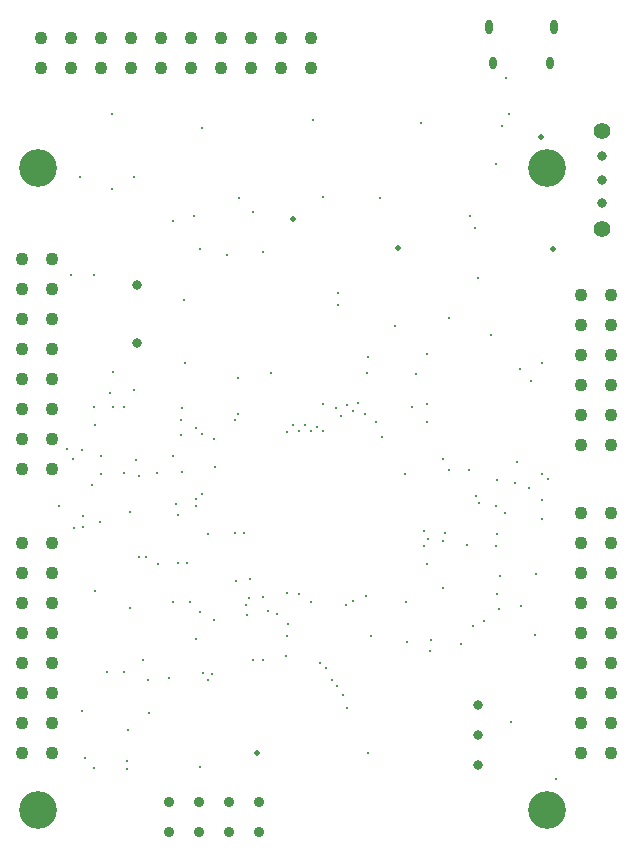
<source format=gbr>
%TF.GenerationSoftware,Altium Limited,Altium Designer,20.2.5 (213)*%
G04 Layer_Color=0*
%FSLAX45Y45*%
%MOMM*%
%TF.SameCoordinates,0B4FD596-2A60-4D0F-BAE7-1B06E363B609*%
%TF.FilePolarity,Positive*%
%TF.FileFunction,Plated,1,4,PTH,Drill*%
%TF.Part,Single*%
G01*
G75*
%TA.AperFunction,ComponentDrill*%
%ADD83C,0.80000*%
%ADD84C,1.40000*%
%ADD85C,1.10000*%
%ADD86C,0.91440*%
%ADD87C,1.10000*%
%ADD88O,0.70000X1.20000*%
%ADD89O,0.65000X1.05000*%
%TA.AperFunction,ViaDrill,NotFilled*%
%ADD90C,0.20000*%
%ADD91C,0.50000*%
%ADD92C,3.20000*%
D83*
X13473134Y9331192D02*
D03*
Y9731192D02*
D03*
Y9531192D02*
D03*
X12420600Y4826000D02*
D03*
Y5080000D02*
D03*
Y4572000D02*
D03*
X9537700Y8636000D02*
D03*
Y8146004D02*
D03*
D84*
X13473134Y9116192D02*
D03*
Y9946192D02*
D03*
D85*
X8724900Y10731500D02*
D03*
X8978900D02*
D03*
X9232900D02*
D03*
X9486900D02*
D03*
X9740900D02*
D03*
X9994900D02*
D03*
X10248900D02*
D03*
X10502900D02*
D03*
X10756900D02*
D03*
X11010900D02*
D03*
Y10477500D02*
D03*
X10756900D02*
D03*
X10502900D02*
D03*
X10248900D02*
D03*
X9994900D02*
D03*
X9740900D02*
D03*
X9486900D02*
D03*
X9232900D02*
D03*
X8978900D02*
D03*
X8724900D02*
D03*
D86*
X10564830Y4007337D02*
D03*
X10310830D02*
D03*
X10058100D02*
D03*
X9802830D02*
D03*
X9805370Y4261337D02*
D03*
X10061910D02*
D03*
X10313370D02*
D03*
X10564830D02*
D03*
D87*
X13296899Y6705600D02*
D03*
Y6451600D02*
D03*
Y6197600D02*
D03*
Y5943600D02*
D03*
Y5689600D02*
D03*
Y5435600D02*
D03*
Y5181600D02*
D03*
Y4927600D02*
D03*
Y4673600D02*
D03*
X13550900D02*
D03*
Y4927600D02*
D03*
Y5181600D02*
D03*
Y5435600D02*
D03*
Y5689600D02*
D03*
Y5943600D02*
D03*
Y6197600D02*
D03*
Y6451600D02*
D03*
Y6705600D02*
D03*
X8558234Y6457792D02*
D03*
Y6203792D02*
D03*
Y5949792D02*
D03*
Y5695792D02*
D03*
Y5441792D02*
D03*
Y5187792D02*
D03*
Y4933792D02*
D03*
Y4679792D02*
D03*
X8812234D02*
D03*
Y4933792D02*
D03*
Y5187792D02*
D03*
Y5441792D02*
D03*
Y5695792D02*
D03*
Y5949792D02*
D03*
Y6203792D02*
D03*
Y6457792D02*
D03*
Y8864252D02*
D03*
Y8610252D02*
D03*
Y8356252D02*
D03*
Y8102252D02*
D03*
Y7848252D02*
D03*
Y7594252D02*
D03*
Y7340252D02*
D03*
Y7086252D02*
D03*
X8558234D02*
D03*
Y7340252D02*
D03*
Y7594252D02*
D03*
Y7848252D02*
D03*
Y8102252D02*
D03*
Y8356252D02*
D03*
Y8610252D02*
D03*
Y8864252D02*
D03*
X13550999Y8559372D02*
D03*
Y8305372D02*
D03*
Y8051372D02*
D03*
Y7797372D02*
D03*
Y7543372D02*
D03*
Y7289372D02*
D03*
X13296999Y8559372D02*
D03*
Y8305372D02*
D03*
Y8051372D02*
D03*
Y7797372D02*
D03*
Y7543372D02*
D03*
Y7289372D02*
D03*
D88*
X12517900Y10823500D02*
D03*
X13062900D02*
D03*
D89*
X12547900Y10520500D02*
D03*
X13032899D02*
D03*
D90*
X10167676Y5344514D02*
D03*
X10133924Y5294907D02*
D03*
X10185400Y5803900D02*
D03*
X10604500Y5994400D02*
D03*
X11137900Y5397500D02*
D03*
X11087100Y5435600D02*
D03*
X10807700Y5664200D02*
D03*
X9626600Y5295900D02*
D03*
X10604500Y5461000D02*
D03*
X10515600D02*
D03*
X10795000Y5499100D02*
D03*
X10812260Y5770000D02*
D03*
X10718800Y5854700D02*
D03*
X11518900Y5664200D02*
D03*
X11473801Y6009433D02*
D03*
X9613900Y6337300D02*
D03*
X9715500Y6273800D02*
D03*
X9474200Y5905500D02*
D03*
X9842500Y5957100D02*
D03*
X10067447Y5870782D02*
D03*
X12127700Y7162800D02*
D03*
X11811000Y5956300D02*
D03*
X11988800Y6273800D02*
D03*
X12573000Y6426200D02*
D03*
X12332500Y6438900D02*
D03*
X10363200Y6540500D02*
D03*
X10198100Y7099300D02*
D03*
X12126900Y6474953D02*
D03*
X12141200Y6540500D02*
D03*
X11963400Y6553200D02*
D03*
X12001500Y6489700D02*
D03*
X9334500Y7899400D02*
D03*
X9308300Y7721600D02*
D03*
X9232900Y7035800D02*
D03*
X9155909Y6946109D02*
D03*
X9880600Y6692900D02*
D03*
X9867900Y6781800D02*
D03*
X10034442Y6769100D02*
D03*
X10032200Y6829058D02*
D03*
X9550400Y7023100D02*
D03*
X9423400Y7046900D02*
D03*
X9474200Y6718300D02*
D03*
X10083800Y6869900D02*
D03*
X9523900Y7162000D02*
D03*
X9512300Y7747000D02*
D03*
X10299700Y8890000D02*
D03*
X10401300Y9372600D02*
D03*
X10515600Y9258300D02*
D03*
X11861800Y7607300D02*
D03*
X11898800Y7886700D02*
D03*
X10604500Y8915400D02*
D03*
X10071100Y8940800D02*
D03*
X10020300Y9220200D02*
D03*
X10082420Y9969500D02*
D03*
X11310400Y7624670D02*
D03*
X11468100Y7549568D02*
D03*
X11480198Y7893535D02*
D03*
X11494300Y8033535D02*
D03*
X11556200Y7483012D02*
D03*
X11266375Y7534100D02*
D03*
X10388600Y7848600D02*
D03*
X10668000Y7898600D02*
D03*
X11988800Y8057500D02*
D03*
X11410400Y7641250D02*
D03*
X11239500Y8470100D02*
D03*
X11607800Y7354100D02*
D03*
X11315700Y5054600D02*
D03*
X11277600Y5168900D02*
D03*
X12026900Y5638000D02*
D03*
X11823700Y5613400D02*
D03*
X12280900Y5600700D02*
D03*
X12598400Y5892800D02*
D03*
X12585700Y6019800D02*
D03*
X12788900Y5918200D02*
D03*
X11012900Y5956300D02*
D03*
X12014200Y5537200D02*
D03*
X12471400Y5791200D02*
D03*
X12382500Y5753100D02*
D03*
X12903200Y5676900D02*
D03*
X9096805Y4631895D02*
D03*
X9068600Y5029200D02*
D03*
X9283700Y5359400D02*
D03*
X12585700Y6985000D02*
D03*
X12738100Y6962600D02*
D03*
X12965900Y6822600D02*
D03*
Y6654800D02*
D03*
X12852400Y6922600D02*
D03*
X9956800Y6286500D02*
D03*
X9880600D02*
D03*
X9982200Y5957100D02*
D03*
X13081000Y4457700D02*
D03*
X10439400Y6543300D02*
D03*
X10071100Y4559300D02*
D03*
X12344400Y7075800D02*
D03*
X12179300Y7073900D02*
D03*
X12407100Y6850279D02*
D03*
X12585700Y6527800D02*
D03*
X12611100Y6172200D02*
D03*
X12914099Y6193297D02*
D03*
X12128500Y6070600D02*
D03*
X9842160Y9181300D02*
D03*
X9169400Y8724900D02*
D03*
X9944100Y7975600D02*
D03*
X12654260Y6713240D02*
D03*
X12572200Y6772600D02*
D03*
X12700000Y4940300D02*
D03*
X11303000Y5930900D02*
D03*
X12874335Y7826666D02*
D03*
X12432200Y6795462D02*
D03*
X13017500Y6997700D02*
D03*
X12966701Y7035800D02*
D03*
X11988800Y7480300D02*
D03*
Y7632700D02*
D03*
X12179300Y8356600D02*
D03*
X11938000Y10007600D02*
D03*
X12357900Y9220200D02*
D03*
X12395200Y9118600D02*
D03*
X10809300Y7391575D02*
D03*
X11366375Y7569200D02*
D03*
X11722100Y8293100D02*
D03*
X12534900Y8216900D02*
D03*
X12776200Y7924800D02*
D03*
X12966701Y7975600D02*
D03*
X12750800Y7137400D02*
D03*
X11805800Y7043300D02*
D03*
X11023600Y10033000D02*
D03*
X11493500Y4673600D02*
D03*
X9804400Y5308600D02*
D03*
X10911000Y6019800D02*
D03*
X10483790Y5993600D02*
D03*
X10642600Y5880100D02*
D03*
X10804300Y6032500D02*
D03*
X10464800Y5842000D02*
D03*
X10093324Y5355365D02*
D03*
X9588500Y5461000D02*
D03*
X10031434Y5640366D02*
D03*
X11226800Y5244300D02*
D03*
X9640400Y5016500D02*
D03*
X9460400Y4868490D02*
D03*
X9906000Y7493000D02*
D03*
X8877300Y6769100D02*
D03*
X10363200Y7493000D02*
D03*
X10393306Y7544900D02*
D03*
X10858500Y7454900D02*
D03*
X10909300Y7404100D02*
D03*
X11963400Y6426200D02*
D03*
X9068600Y7239000D02*
D03*
X10134600Y6527800D02*
D03*
X11112900Y7404100D02*
D03*
X11061700Y7439800D02*
D03*
X9220200Y6629400D02*
D03*
X9182100Y6045200D02*
D03*
X10033000Y7429500D02*
D03*
X9906800Y7366000D02*
D03*
X9842500Y7188200D02*
D03*
X9702800Y7048500D02*
D03*
X9918700Y7594600D02*
D03*
X11011500Y7404100D02*
D03*
X10960100Y7454900D02*
D03*
X9550400Y6337300D02*
D03*
X11216375Y7596875D02*
D03*
X11188700Y5295900D02*
D03*
X11367900Y5965818D02*
D03*
X9918967Y7055978D02*
D03*
X10490200Y6146800D02*
D03*
X9931400Y8509000D02*
D03*
X10184600Y7336300D02*
D03*
X10083009Y7379491D02*
D03*
X11112900Y7631030D02*
D03*
X9424500Y5359400D02*
D03*
X8940800Y7251700D02*
D03*
X9080500Y6680200D02*
D03*
X10456300Y5930900D02*
D03*
X10375900Y6135234D02*
D03*
X9001992Y6578600D02*
D03*
X9080500Y6591300D02*
D03*
X12420600Y8699500D02*
D03*
X12573000Y9664700D02*
D03*
X12661900Y10388600D02*
D03*
X11239500Y8572500D02*
D03*
X11595100Y9372600D02*
D03*
X11112500Y9385300D02*
D03*
X9512300Y9550400D02*
D03*
X9448800Y4610100D02*
D03*
X9183200Y7454900D02*
D03*
X9334500Y7607300D02*
D03*
X9169400D02*
D03*
X8978900Y8724900D02*
D03*
X9232900Y7188200D02*
D03*
X8990800Y7162800D02*
D03*
X9423400Y7607300D02*
D03*
X9448800Y4540111D02*
D03*
X9169400Y4546600D02*
D03*
X12623800Y9982200D02*
D03*
X12687300Y10083800D02*
D03*
X9055100Y9550400D02*
D03*
X9321800Y9448800D02*
D03*
Y10083800D02*
D03*
D91*
X10553700Y4673600D02*
D03*
X10858500Y9194800D02*
D03*
X11747500Y8953500D02*
D03*
X13055600Y8940800D02*
D03*
X12953999Y9893300D02*
D03*
D92*
X8699500Y4191000D02*
D03*
X13004800D02*
D03*
Y9626600D02*
D03*
X8699500D02*
D03*
%TF.MD5,a826b26abd7262241eff2ad580acf690*%
M02*

</source>
